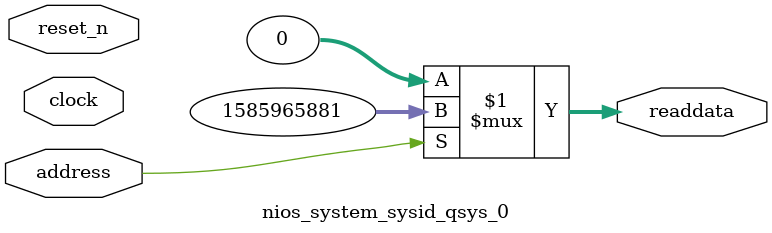
<source format=v>



// synthesis translate_off
`timescale 1ns / 1ps
// synthesis translate_on

// turn off superfluous verilog processor warnings 
// altera message_level Level1 
// altera message_off 10034 10035 10036 10037 10230 10240 10030 

module nios_system_sysid_qsys_0 (
               // inputs:
                address,
                clock,
                reset_n,

               // outputs:
                readdata
             )
;

  output  [ 31: 0] readdata;
  input            address;
  input            clock;
  input            reset_n;

  wire    [ 31: 0] readdata;
  //control_slave, which is an e_avalon_slave
  assign readdata = address ? 1585965881 : 0;

endmodule



</source>
